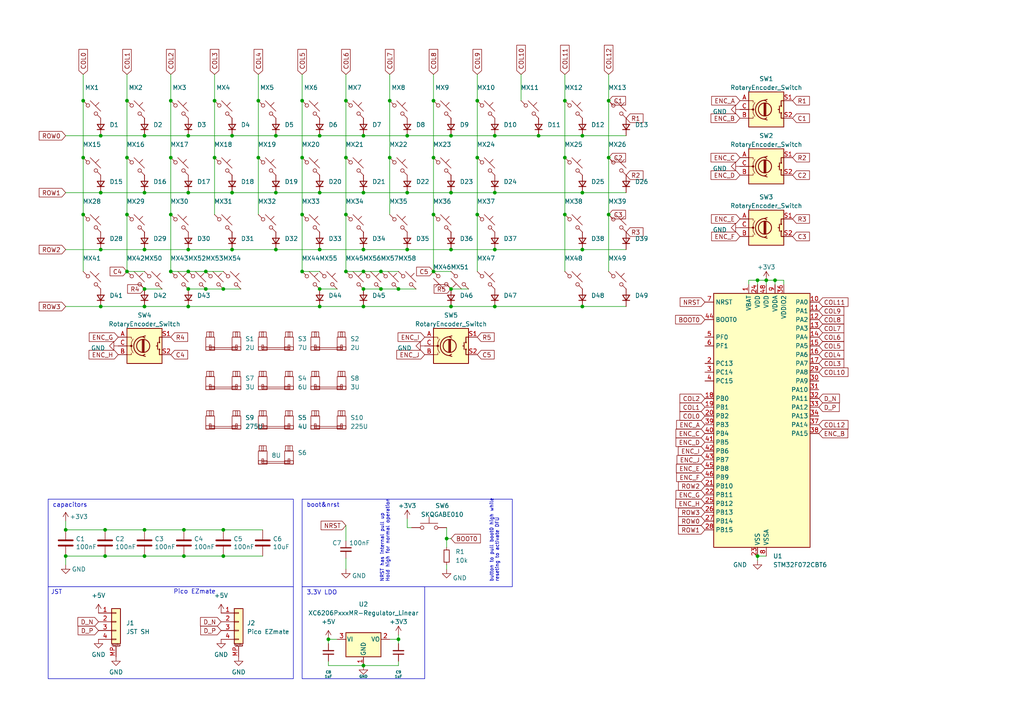
<source format=kicad_sch>
(kicad_sch (version 20230121) (generator eeschema)
  (paper "A4")
  (junction (at 54.61 55.88))
  (junction (at 105.41 39.37))
  (junction (at 130.81 72.39))
  (junction (at 24.13 29.21))
  (junction (at 130.81 88.9))
  (junction (at 74.93 29.21))
  (junction (at 105.41 88.9))
  (junction (at 100.33 45.72))
  (junction (at 176.53 62.23))
  (junction (at 36.83 62.23))
  (junction (at 41.91 161.29))
  (junction (at 105.41 55.88))
  (junction (at 80.01 55.88))
  (junction (at 130.81 83.82))
  (junction (at 143.51 55.88))
  (junction (at 36.83 45.72))
  (junction (at 143.51 72.39))
  (junction (at 138.43 45.72))
  (junction (at 41.91 72.39))
  (junction (at 100.33 78.74))
  (junction (at 138.43 29.21))
  (junction (at 54.61 72.39))
  (junction (at 125.73 62.23))
  (junction (at 54.61 78.74))
  (junction (at 118.11 72.39))
  (junction (at 224.79 81.28))
  (junction (at 118.11 39.37))
  (junction (at 30.48 161.29))
  (junction (at 92.71 55.88))
  (junction (at 219.71 161.29))
  (junction (at 105.41 72.39))
  (junction (at 67.31 39.37))
  (junction (at 129.54 156.21))
  (junction (at 143.51 39.37))
  (junction (at 143.51 88.9))
  (junction (at 110.49 78.74))
  (junction (at 64.77 83.82))
  (junction (at 176.53 45.72))
  (junction (at 41.91 83.82))
  (junction (at 125.73 78.74))
  (junction (at 156.21 39.37))
  (junction (at 219.71 81.28))
  (junction (at 163.83 62.23))
  (junction (at 62.23 29.21))
  (junction (at 54.61 88.9))
  (junction (at 105.41 193.04) (diameter 0.9144))
  (junction (at 54.61 83.82))
  (junction (at 125.73 45.72))
  (junction (at 222.25 81.28))
  (junction (at 29.21 72.39))
  (junction (at 36.83 78.74))
  (junction (at 41.91 153.67))
  (junction (at 92.71 88.9))
  (junction (at 113.03 45.72))
  (junction (at 53.34 153.67))
  (junction (at 41.91 55.88))
  (junction (at 92.71 72.39))
  (junction (at 67.31 55.88))
  (junction (at 168.91 39.37))
  (junction (at 59.69 83.82))
  (junction (at 64.77 153.67))
  (junction (at 41.91 39.37))
  (junction (at 80.01 72.39))
  (junction (at 49.53 29.21))
  (junction (at 87.63 45.72))
  (junction (at 168.91 55.88))
  (junction (at 115.57 185.42))
  (junction (at 87.63 29.21))
  (junction (at 49.53 62.23))
  (junction (at 62.23 45.72))
  (junction (at 24.13 45.72))
  (junction (at 168.91 72.39))
  (junction (at 115.57 83.82))
  (junction (at 54.61 39.37))
  (junction (at 95.25 185.42))
  (junction (at 168.91 88.9))
  (junction (at 24.13 62.23))
  (junction (at 19.05 161.29))
  (junction (at 105.41 78.74))
  (junction (at 19.05 153.67))
  (junction (at 113.03 29.21))
  (junction (at 100.33 29.21))
  (junction (at 118.11 55.88))
  (junction (at 130.81 55.88))
  (junction (at 125.73 29.21))
  (junction (at 138.43 62.23))
  (junction (at 87.63 62.23))
  (junction (at 29.21 88.9))
  (junction (at 163.83 29.21))
  (junction (at 176.53 29.21))
  (junction (at 100.33 62.23))
  (junction (at 29.21 55.88))
  (junction (at 110.49 83.82))
  (junction (at 74.93 45.72))
  (junction (at 163.83 45.72))
  (junction (at 59.69 78.74))
  (junction (at 30.48 153.67))
  (junction (at 64.77 161.29))
  (junction (at 130.81 39.37))
  (junction (at 87.63 78.74))
  (junction (at 49.53 78.74))
  (junction (at 80.01 39.37))
  (junction (at 49.53 45.72))
  (junction (at 67.31 72.39))
  (junction (at 92.71 39.37))
  (junction (at 92.71 83.82))
  (junction (at 53.34 161.29))
  (junction (at 41.91 88.9))
  (junction (at 36.83 29.21))
  (junction (at 105.41 83.82))
  (junction (at 29.21 39.37))
  (wire (pts (xy 41.91 72.39) (xy 54.61 72.39)))
  (wire (pts (xy 217.17 81.28) (xy 219.71 81.28)))
  (wire (pts (xy 219.71 162.56) (xy 219.71 161.29)))
  (wire (pts (xy 143.51 88.9) (xy 168.91 88.9)))
  (wire (pts (xy 224.79 81.28) (xy 224.79 82.55)))
  (wire (pts (xy 115.57 83.82) (xy 120.65 83.82)))
  (wire (pts (xy 54.61 83.82) (xy 59.69 83.82)))
  (wire (pts (xy 92.71 39.37) (xy 105.41 39.37)))
  (wire (pts (xy 105.41 78.74) (xy 110.49 78.74)))
  (wire (pts (xy 92.71 55.88) (xy 105.41 55.88)))
  (wire (pts (xy 36.83 45.72) (xy 36.83 62.23)))
  (wire (pts (xy 143.51 39.37) (xy 156.21 39.37)))
  (wire (pts (xy 227.33 81.28) (xy 227.33 82.55)))
  (wire (pts (xy 118.11 153.035) (xy 118.11 150.495)))
  (wire (pts (xy 143.51 55.88) (xy 168.91 55.88)))
  (wire (pts (xy 130.81 83.82) (xy 135.89 83.82)))
  (wire (pts (xy 219.71 81.28) (xy 219.71 82.55)))
  (wire (pts (xy 19.05 88.9) (xy 29.21 88.9)))
  (wire (pts (xy 110.49 78.74) (xy 115.57 78.74)))
  (wire (pts (xy 105.41 193.04) (xy 115.57 193.04)))
  (wire (pts (xy 29.21 72.39) (xy 41.91 72.39)))
  (wire (pts (xy 24.13 62.23) (xy 24.13 78.74)))
  (wire (pts (xy 105.41 72.39) (xy 118.11 72.39)))
  (wire (pts (xy 67.31 72.39) (xy 80.01 72.39)))
  (wire (pts (xy 224.79 81.28) (xy 222.25 81.28)))
  (wire (pts (xy 168.91 88.9) (xy 181.61 88.9)))
  (wire (pts (xy 105.41 39.37) (xy 118.11 39.37)))
  (wire (pts (xy 87.63 45.72) (xy 87.63 62.23)))
  (wire (pts (xy 53.34 153.67) (xy 64.77 153.67)))
  (wire (pts (xy 87.63 78.74) (xy 92.71 78.74)))
  (wire (pts (xy 129.54 156.21) (xy 130.81 156.21)))
  (wire (pts (xy 100.33 62.23) (xy 100.33 78.74)))
  (wire (pts (xy 125.73 45.72) (xy 125.73 62.23)))
  (wire (pts (xy 113.03 185.42) (xy 115.57 185.42)))
  (wire (pts (xy 100.33 21.59) (xy 100.33 29.21)))
  (wire (pts (xy 219.71 161.29) (xy 222.25 161.29)))
  (wire (pts (xy 67.31 39.37) (xy 80.01 39.37)))
  (wire (pts (xy 49.53 62.23) (xy 49.53 78.74)))
  (wire (pts (xy 49.53 45.72) (xy 49.53 62.23)))
  (wire (pts (xy 138.43 21.59) (xy 138.43 29.21)))
  (wire (pts (xy 54.61 55.88) (xy 67.31 55.88)))
  (wire (pts (xy 100.33 45.72) (xy 100.33 62.23)))
  (wire (pts (xy 41.91 39.37) (xy 54.61 39.37)))
  (wire (pts (xy 168.91 55.88) (xy 181.61 55.88)))
  (wire (pts (xy 125.73 21.59) (xy 125.73 29.21)))
  (wire (pts (xy 176.53 62.23) (xy 176.53 78.74)))
  (wire (pts (xy 217.17 81.28) (xy 217.17 82.55)))
  (wire (pts (xy 168.91 72.39) (xy 181.61 72.39)))
  (wire (pts (xy 129.54 153.035) (xy 129.54 156.21)))
  (wire (pts (xy 24.13 29.21) (xy 24.13 45.72)))
  (wire (pts (xy 163.83 29.21) (xy 163.83 45.72)))
  (wire (pts (xy 29.21 88.9) (xy 41.91 88.9)))
  (wire (pts (xy 80.01 39.37) (xy 92.71 39.37)))
  (wire (pts (xy 87.63 29.21) (xy 87.63 45.72)))
  (wire (pts (xy 19.05 39.37) (xy 29.21 39.37)))
  (wire (pts (xy 19.05 72.39) (xy 29.21 72.39)))
  (wire (pts (xy 53.34 161.29) (xy 64.77 161.29)))
  (wire (pts (xy 100.33 165.1) (xy 100.33 161.925)))
  (wire (pts (xy 62.23 21.59) (xy 62.23 29.21)))
  (wire (pts (xy 41.91 88.9) (xy 54.61 88.9)))
  (wire (pts (xy 151.13 21.59) (xy 151.13 29.21)))
  (wire (pts (xy 95.25 185.42) (xy 97.79 185.42)))
  (wire (pts (xy 80.01 55.88) (xy 92.71 55.88)))
  (wire (pts (xy 87.63 21.59) (xy 87.63 29.21)))
  (wire (pts (xy 119.38 153.035) (xy 118.11 153.035)))
  (wire (pts (xy 24.13 21.59) (xy 24.13 29.21)))
  (wire (pts (xy 130.81 72.39) (xy 143.51 72.39)))
  (wire (pts (xy 19.05 151.13) (xy 19.05 153.67)))
  (wire (pts (xy 41.91 161.29) (xy 53.34 161.29)))
  (wire (pts (xy 62.23 45.72) (xy 62.23 62.23)))
  (wire (pts (xy 222.25 81.28) (xy 222.25 82.55)))
  (wire (pts (xy 130.81 39.37) (xy 143.51 39.37)))
  (wire (pts (xy 129.54 156.21) (xy 129.54 158.75)))
  (wire (pts (xy 105.41 83.82) (xy 110.49 83.82)))
  (wire (pts (xy 105.41 55.88) (xy 118.11 55.88)))
  (wire (pts (xy 168.91 39.37) (xy 181.61 39.37)))
  (wire (pts (xy 129.54 163.83) (xy 129.54 165.1)))
  (wire (pts (xy 125.73 62.23) (xy 125.73 78.74)))
  (wire (pts (xy 49.53 78.74) (xy 54.61 78.74)))
  (wire (pts (xy 54.61 88.9) (xy 92.71 88.9)))
  (wire (pts (xy 54.61 72.39) (xy 67.31 72.39)))
  (wire (pts (xy 54.61 78.74) (xy 59.69 78.74)))
  (wire (pts (xy 224.79 81.28) (xy 227.33 81.28)))
  (wire (pts (xy 62.23 29.21) (xy 62.23 45.72)))
  (wire (pts (xy 92.71 88.9) (xy 105.41 88.9)))
  (wire (pts (xy 92.71 83.82) (xy 97.79 83.82)))
  (wire (pts (xy 95.25 191.77) (xy 95.25 193.04)))
  (wire (pts (xy 138.43 45.72) (xy 138.43 62.23)))
  (wire (pts (xy 176.53 45.72) (xy 176.53 62.23)))
  (wire (pts (xy 19.05 163.83) (xy 19.05 161.29)))
  (wire (pts (xy 143.51 72.39) (xy 168.91 72.39)))
  (wire (pts (xy 87.63 62.23) (xy 87.63 78.74)))
  (wire (pts (xy 41.91 83.82) (xy 46.99 83.82)))
  (wire (pts (xy 100.33 152.4) (xy 100.33 156.845)))
  (wire (pts (xy 36.83 78.74) (xy 41.91 78.74)))
  (wire (pts (xy 80.01 72.39) (xy 92.71 72.39)))
  (wire (pts (xy 118.11 39.37) (xy 130.81 39.37)))
  (wire (pts (xy 110.49 83.82) (xy 115.57 83.82)))
  (wire (pts (xy 138.43 29.21) (xy 138.43 45.72)))
  (wire (pts (xy 163.83 45.72) (xy 163.83 62.23)))
  (wire (pts (xy 49.53 21.59) (xy 49.53 29.21)))
  (wire (pts (xy 113.03 21.59) (xy 113.03 29.21)))
  (wire (pts (xy 54.61 39.37) (xy 67.31 39.37)))
  (wire (pts (xy 125.73 29.21) (xy 125.73 45.72)))
  (wire (pts (xy 176.53 21.59) (xy 176.53 29.21)))
  (wire (pts (xy 36.83 21.59) (xy 36.83 29.21)))
  (wire (pts (xy 36.83 29.21) (xy 36.83 45.72)))
  (wire (pts (xy 64.77 161.29) (xy 76.2 161.29)))
  (wire (pts (xy 30.48 161.29) (xy 41.91 161.29)))
  (wire (pts (xy 64.77 83.82) (xy 69.85 83.82)))
  (wire (pts (xy 138.43 62.23) (xy 138.43 78.74)))
  (wire (pts (xy 30.48 153.67) (xy 41.91 153.67)))
  (wire (pts (xy 100.33 29.21) (xy 100.33 45.72)))
  (wire (pts (xy 130.81 88.9) (xy 143.51 88.9)))
  (wire (pts (xy 219.71 81.28) (xy 222.25 81.28)))
  (wire (pts (xy 95.25 185.42) (xy 95.25 186.69)))
  (wire (pts (xy 59.69 78.74) (xy 64.77 78.74)))
  (wire (pts (xy 59.69 83.82) (xy 64.77 83.82)))
  (wire (pts (xy 118.11 72.39) (xy 130.81 72.39)))
  (wire (pts (xy 19.05 55.88) (xy 29.21 55.88)))
  (wire (pts (xy 29.21 39.37) (xy 41.91 39.37)))
  (wire (pts (xy 30.48 161.29) (xy 19.05 161.29)))
  (wire (pts (xy 125.73 78.74) (xy 130.81 78.74)))
  (wire (pts (xy 92.71 72.39) (xy 105.41 72.39)))
  (wire (pts (xy 100.33 78.74) (xy 105.41 78.74)))
  (wire (pts (xy 36.83 62.23) (xy 36.83 78.74)))
  (wire (pts (xy 74.93 45.72) (xy 74.93 62.23)))
  (wire (pts (xy 163.83 62.23) (xy 163.83 78.74)))
  (wire (pts (xy 105.41 193.04) (xy 95.25 193.04)))
  (wire (pts (xy 113.03 45.72) (xy 113.03 62.23)))
  (wire (pts (xy 64.77 153.67) (xy 76.2 153.67)))
  (wire (pts (xy 30.48 153.67) (xy 19.05 153.67)))
  (wire (pts (xy 176.53 29.21) (xy 176.53 45.72)))
  (wire (pts (xy 118.11 55.88) (xy 130.81 55.88)))
  (wire (pts (xy 74.93 21.59) (xy 74.93 29.21)))
  (wire (pts (xy 115.57 184.15) (xy 115.57 185.42)))
  (wire (pts (xy 24.13 45.72) (xy 24.13 62.23)))
  (wire (pts (xy 74.93 29.21) (xy 74.93 45.72)))
  (wire (pts (xy 115.57 185.42) (xy 115.57 186.69)))
  (wire (pts (xy 49.53 29.21) (xy 49.53 45.72)))
  (wire (pts (xy 29.21 55.88) (xy 41.91 55.88)))
  (wire (pts (xy 130.81 55.88) (xy 143.51 55.88)))
  (wire (pts (xy 113.03 29.21) (xy 113.03 45.72)))
  (wire (pts (xy 41.91 55.88) (xy 54.61 55.88)))
  (wire (pts (xy 67.31 55.88) (xy 80.01 55.88)))
  (wire (pts (xy 41.91 153.67) (xy 53.34 153.67)))
  (wire (pts (xy 163.83 21.59) (xy 163.83 29.21)))
  (wire (pts (xy 156.21 39.37) (xy 168.91 39.37)))
  (wire (pts (xy 105.41 88.9) (xy 130.81 88.9)))
  (wire (pts (xy 115.57 191.77) (xy 115.57 193.04)))
  (rectangle (start 87.63 144.78) (end 148.59 170.18))
  (rectangle (start 13.97 144.78) (end 85.09 170.18))
  (rectangle (start 87.63 170.18) (end 123.19 196.85))
  (rectangle (start 13.97 170.18) (end 85.09 196.85))
  (text "JST" (at 14.732 172.593 0) (effects (font (size 1.27 1.27)) (justify left bottom)))
  (text "Pico EZmate" (at 50.292 172.466 0) (effects (font (size 1.27 1.27)) (justify left bottom)))
  (text "NRST has internal pull up\nHold high for normal operation" (at 113.03 168.91 90) (effects (font (size 1 1)) (justify left bottom)))
  (text "3.3V LDO" (at 88.9 172.72 0) (effects (font (size 1.27 1.27)) (justify left bottom)))
  (text "capacitors" (at 15.24 147.32 0) (effects (font (size 1.27 1.27)) (justify left bottom)))
  (text "button to pull boot0 high while \nreseting to activate DFU" (at 144.78 168.91 90) (effects (font (size 1 1)) (justify left bottom)))
  (text "boot&nrst" (at 88.9 147.32 0) (effects (font (size 1.27 1.27)) (justify left bottom)))
  (global_label "BOOT0" (shape input) (at 130.81 156.21 0) (property "Intersheetrefs" "${INTERSHEET_REFS}" (effects hide)))
  (global_label "ENC_A" (shape input) (at 204.47 123.19 180) (property "Intersheetrefs" "${INTERSHEET_REFS}" (effects hide)))
  (global_label "ENC_G" (shape input) (at 34.29 97.79 180) (property "Intersheetrefs" "${INTERSHEET_REFS}" (effects hide)))
  (global_label "ENC_F" (shape input) (at 214.63 68.58 180) (property "Intersheetrefs" "${INTERSHEET_REFS}" (effects hide)))
  (global_label "ENC_B" (shape input) (at 214.63 34.29 180) (property "Intersheetrefs" "${INTERSHEET_REFS}" (effects hide)))
  (global_label "C5" (shape input) (at 138.43 102.87 0) (property "Intersheetrefs" "${INTERSHEET_REFS}" (effects hide)))
  (global_label "ENC_F" (shape input) (at 204.47 138.43 180) (property "Intersheetrefs" "${INTERSHEET_REFS}" (effects hide)))
  (global_label "C2" (shape input) (at 176.53 45.72 0) (property "Intersheetrefs" "${INTERSHEET_REFS}" (effects hide)))
  (global_label "COL8" (shape input) (at 237.49 92.71 0) (property "Intersheetrefs" "${INTERSHEET_REFS}" (effects hide)))
  (global_label "ENC_G" (shape input) (at 204.47 143.51 180) (property "Intersheetrefs" "${INTERSHEET_REFS}" (effects hide)))
  (global_label "C5" (shape input) (at 125.73 78.74 180) (property "Intersheetrefs" "${INTERSHEET_REFS}" (effects hide)))
  (global_label "R1" (shape input) (at 181.61 34.29 0) (property "Intersheetrefs" "${INTERSHEET_REFS}" (effects hide)))
  (global_label "COL1" (shape input) (at 36.83 21.59 90) (property "Intersheetrefs" "${INTERSHEET_REFS}" (effects hide)))
  (global_label "ENC_I" (shape input) (at 123.19 97.79 180) (property "Intersheetrefs" "${INTERSHEET_REFS}" (effects hide)))
  (global_label "COL6" (shape input) (at 237.49 97.79 0) (property "Intersheetrefs" "${INTERSHEET_REFS}" (effects hide)))
  (global_label "ENC_C" (shape input) (at 214.63 45.72 180) (property "Intersheetrefs" "${INTERSHEET_REFS}" (effects hide)))
  (global_label "ENC_D" (shape input) (at 214.63 50.8 180) (property "Intersheetrefs" "${INTERSHEET_REFS}" (effects hide)))
  (global_label "COL9" (shape input) (at 237.49 90.17 0) (property "Intersheetrefs" "${INTERSHEET_REFS}" (effects hide)))
  (global_label "COL5" (shape input) (at 237.49 100.33 0) (property "Intersheetrefs" "${INTERSHEET_REFS}" (effects hide)))
  (global_label "ENC_D" (shape input) (at 204.47 128.27 180) (property "Intersheetrefs" "${INTERSHEET_REFS}" (effects hide)))
  (global_label "D_P" (shape input) (at 64.135 182.88 180) (property "Intersheetrefs" "${INTERSHEET_REFS}" (effects hide)))
  (global_label "COL7" (shape input) (at 113.03 21.59 90) (property "Intersheetrefs" "${INTERSHEET_REFS}" (effects hide)))
  (global_label "NRST" (shape input) (at 100.33 152.4 180) (property "Intersheetrefs" "${INTERSHEET_REFS}" (effects hide)))
  (global_label "COL2" (shape input) (at 49.53 21.59 90) (property "Intersheetrefs" "${INTERSHEET_REFS}" (effects hide)))
  (global_label "R5" (shape input) (at 130.81 83.82 180) (property "Intersheetrefs" "${INTERSHEET_REFS}" (effects hide)))
  (global_label "C3" (shape input) (at 229.87 68.58 0) (property "Intersheetrefs" "${INTERSHEET_REFS}" (effects hide)))
  (global_label "ENC_C" (shape input) (at 204.47 125.73 180) (property "Intersheetrefs" "${INTERSHEET_REFS}" (effects hide)))
  (global_label "COL0" (shape input) (at 24.13 21.59 90) (property "Intersheetrefs" "${INTERSHEET_REFS}" (effects hide)))
  (global_label "R5" (shape input) (at 138.43 97.79 0) (property "Intersheetrefs" "${INTERSHEET_REFS}" (effects hide)))
  (global_label "ENC_H" (shape input) (at 204.47 146.05 180) (property "Intersheetrefs" "${INTERSHEET_REFS}" (effects hide)))
  (global_label "ROW3" (shape input) (at 204.47 148.59 180) (property "Intersheetrefs" "${INTERSHEET_REFS}" (effects hide)))
  (global_label "ROW1" (shape input) (at 19.05 55.88 180) (property "Intersheetrefs" "${INTERSHEET_REFS}" (effects hide)))
  (global_label "COL8" (shape input) (at 125.73 21.59 90) (property "Intersheetrefs" "${INTERSHEET_REFS}" (effects hide)))
  (global_label "COL9" (shape input) (at 138.43 21.59 90) (property "Intersheetrefs" "${INTERSHEET_REFS}" (effects hide)))
  (global_label "ROW0" (shape input) (at 19.05 39.37 180) (property "Intersheetrefs" "${INTERSHEET_REFS}" (effects hide)))
  (global_label "COL11" (shape input) (at 237.49 87.63 0) (property "Intersheetrefs" "${INTERSHEET_REFS}" (effects hide)))
  (global_label "COL4" (shape input) (at 237.49 102.87 0) (property "Intersheetrefs" "${INTERSHEET_REFS}" (effects hide)))
  (global_label "C1" (shape input) (at 176.53 29.21 0) (property "Intersheetrefs" "${INTERSHEET_REFS}" (effects hide)))
  (global_label "COL0" (shape input) (at 204.47 120.65 180) (property "Intersheetrefs" "${INTERSHEET_REFS}" (effects hide)))
  (global_label "C3" (shape input) (at 176.53 62.23 0) (property "Intersheetrefs" "${INTERSHEET_REFS}" (effects hide)))
  (global_label "COL3" (shape input) (at 62.23 21.59 90) (property "Intersheetrefs" "${INTERSHEET_REFS}" (effects hide)))
  (global_label "ROW3" (shape input) (at 19.05 88.9 180) (property "Intersheetrefs" "${INTERSHEET_REFS}" (effects hide)))
  (global_label "C4" (shape input) (at 36.83 78.74 180) (property "Intersheetrefs" "${INTERSHEET_REFS}" (effects hide)))
  (global_label "ROW0" (shape input) (at 204.47 151.13 180) (property "Intersheetrefs" "${INTERSHEET_REFS}" (effects hide)))
  (global_label "C4" (shape input) (at 49.53 102.87 0) (property "Intersheetrefs" "${INTERSHEET_REFS}" (effects hide)))
  (global_label "COL3" (shape input) (at 237.49 105.41 0) (property "Intersheetrefs" "${INTERSHEET_REFS}" (effects hide)))
  (global_label "COL7" (shape input) (at 237.49 95.25 0) (property "Intersheetrefs" "${INTERSHEET_REFS}" (effects hide)))
  (global_label "COL2" (shape input) (at 204.47 115.57 180) (property "Intersheetrefs" "${INTERSHEET_REFS}" (effects hide)))
  (global_label "ENC_E" (shape input) (at 214.63 63.5 180) (property "Intersheetrefs" "${INTERSHEET_REFS}" (effects hide)))
  (global_label "COL10" (shape input) (at 151.13 21.59 90) (property "Intersheetrefs" "${INTERSHEET_REFS}" (effects hide)))
  (global_label "ENC_I" (shape input) (at 204.47 130.81 180) (property "Intersheetrefs" "${INTERSHEET_REFS}" (effects hide)))
  (global_label "C1" (shape input) (at 229.87 34.29 0) (property "Intersheetrefs" "${INTERSHEET_REFS}" (effects hide)))
  (global_label "COL12" (shape input) (at 176.53 21.59 90) (property "Intersheetrefs" "${INTERSHEET_REFS}" (effects hide)))
  (global_label "R4" (shape input) (at 41.91 83.82 180) (property "Intersheetrefs" "${INTERSHEET_REFS}" (effects hide)))
  (global_label "COL10" (shape input) (at 237.49 107.95 0) (property "Intersheetrefs" "${INTERSHEET_REFS}" (effects hide)))
  (global_label "ROW2" (shape input) (at 204.47 140.97 180) (property "Intersheetrefs" "${INTERSHEET_REFS}" (effects hide)))
  (global_label "ROW1" (shape input) (at 204.47 153.67 180) (property "Intersheetrefs" "${INTERSHEET_REFS}" (effects hide)))
  (global_label "ENC_A" (shape input) (at 214.63 29.21 180) (property "Intersheetrefs" "${INTERSHEET_REFS}" (effects hide)))
  (global_label "D_N" (shape input) (at 64.135 180.34 180) (property "Intersheetrefs" "${INTERSHEET_REFS}" (effects hide)))
  (global_label "NRST" (shape input) (at 204.47 87.63 180) (property "Intersheetrefs" "${INTERSHEET_REFS}" (effects hide)))
  (global_label "R4" (shape input) (at 49.53 97.79 0) (property "Intersheetrefs" "${INTERSHEET_REFS}" (effects hide)))
  (global_label "COL11" (shape input) (at 163.83 21.59 90) (property "Intersheetrefs" "${INTERSHEET_REFS}" (effects hide)))
  (global_label "R2" (shape input) (at 229.87 45.72 0) (property "Intersheetrefs" "${INTERSHEET_REFS}" (effects hide)))
  (global_label "COL4" (shape input) (at 74.93 21.59 90) (property "Intersheetrefs" "${INTERSHEET_REFS}" (effects hide)))
  (global_label "ENC_H" (shape input) (at 34.29 102.87 180) (property "Intersheetrefs" "${INTERSHEET_REFS}" (effects hide)))
  (global_label "COL5" (shape input) (at 87.63 21.59 90) (property "Intersheetrefs" "${INTERSHEET_REFS}" (effects hide)))
  (global_label "ENC_E" (shape input) (at 204.47 135.89 180) (property "Intersheetrefs" "${INTERSHEET_REFS}" (effects hide)))
  (global_label "C2" (shape input) (at 229.87 50.8 0) (property "Intersheetrefs" "${INTERSHEET_REFS}" (effects hide)))
  (global_label "R3" (shape input) (at 229.87 63.5 0) (property "Intersheetrefs" "${INTERSHEET_REFS}" (effects hide)))
  (global_label "COL6" (shape input) (at 100.33 21.59 90) (property "Intersheetrefs" "${INTERSHEET_REFS}" (effects hide)))
  (global_label "ENC_J" (shape input) (at 123.19 102.87 180) (property "Intersheetrefs" "${INTERSHEET_REFS}" (effects hide)))
  (global_label "R3" (shape input) (at 181.61 67.31 0) (property "Intersheetrefs" "${INTERSHEET_REFS}" (effects hide)))
  (global_label "D_P" (shape input) (at 237.49 118.11 0) (property "Intersheetrefs" "${INTERSHEET_REFS}" (effects hide)))
  (global_label "COL1" (shape input) (at 204.47 118.11 180) (property "Intersheetrefs" "${INTERSHEET_REFS}" (effects hide)))
  (global_label "R2" (shape input) (at 181.61 50.8 0) (property "Intersheetrefs" "${INTERSHEET_REFS}" (effects hide)))
  (global_label "BOOT0" (shape input) (at 204.47 92.71 180) (property "Intersheetrefs" "${INTERSHEET_REFS}" (effects hide)))
  (global_label "COL12" (shape input) (at 237.49 123.19 0) (property "Intersheetrefs" "${INTERSHEET_REFS}" (effects hide)))
  (global_label "ENC_B" (shape input) (at 237.49 125.73 0) (property "Intersheetrefs" "${INTERSHEET_REFS}" (effects hide)))
  (global_label "R1" (shape input) (at 229.87 29.21 0) (property "Intersheetrefs" "${INTERSHEET_REFS}" (effects hide)))
  (global_label "ROW2" (shape input) (at 19.05 72.39 180) (property "Intersheetrefs" "${INTERSHEET_REFS}" (effects hide)))
  (global_label "D_N" (shape input) (at 237.49 115.57 0) (property "Intersheetrefs" "${INTERSHEET_REFS}" (effects hide)))
  (global_label "D_N" (shape input) (at 28.575 180.34 180) (property "Intersheetrefs" "${INTERSHEET_REFS}" (effects hide)))
  (global_label "ENC_J" (shape input) (at 204.47 133.35 180) (property "Intersheetrefs" "${INTERSHEET_REFS}" (effects hide)))
  (global_label "D_P" (shape input) (at 28.575 182.88 180) (property "Intersheetrefs" "${INTERSHEET_REFS}" (effects hide)))
  (symbol (lib_id "Device:D_Small") (at 181.61 36.83 90) (unit 1)
    (property "Reference" "D13" (at 184.15 36.195 90) (effects (justify right)))
    (property "Value" "D_Small" (effects hide))
    (property "Footprint" "Diode_SMD:D_SOD-123F" (effects hide))
    (property "Sim.Device" "D" (effects hide))
    (property "Sim.Pins" "1=K 2=A" (effects hide))
  )
  (symbol (lib_id "PCM_marbastlib-mx:MX_SW_solder") (at 115.57 31.75 0) (unit 1)
    (property "Reference" "MX8" (at 115.57 25.4 0))
    (property "Value" "MX_SW_solder" (effects hide))
    (property "Footprint" "PCM_marbastlib-mx:SW_MX_1u" (effects hide))
  )
  (symbol (lib_id "PCM_marbastlib-mx:MX_SW_solder") (at 90.17 31.75 0) (unit 1)
    (property "Reference" "MX6" (at 90.17 25.4 0))
    (property "Value" "MX_SW_solder" (effects hide))
    (property "Footprint" "PCM_marbastlib-mx:SW_MX_1u" (effects hide))
  )
  (symbol (lib_id "PCM_marbastlib-mx:MX_SW_solder") (at 90.17 48.26 0) (unit 1)
    (property "Reference" "MX20" (at 90.17 41.91 0))
    (property "Value" "MX_SW_solder" (effects hide))
    (property "Footprint" "PCM_marbastlib-mx:SW_MX_1u" (effects hide))
  )
  (symbol (lib_id "power:+5V") (at 64.135 177.8 0) (unit 1)
    (property "Reference" "#PWR017" (effects hide))
    (property "Value" "+5V" (at 64.135 172.72 0))
  )
  (symbol (lib_id "Device:D_Small") (at 130.81 86.36 90) (unit 1)
    (property "Reference" "D46" (at 133.35 85.725 90) (effects (justify right)))
    (property "Value" "D_Small" (effects hide))
    (property "Footprint" "Diode_SMD:D_SOD-123F" (effects hide))
    (property "Sim.Device" "D" (effects hide))
    (property "Sim.Pins" "1=K 2=A" (effects hide))
  )
  (symbol (lib_id "PCM_marbastlib-mx:MX_SW_solder") (at 95.25 81.28 0) (unit 1)
    (property "Reference" "MX55" (at 95.25 74.93 0))
    (property "Value" "MX_SW_solder" (effects hide))
    (property "Footprint" "PCM_marbastlib-mx:SW_MX_1u" (effects hide))
  )
  (symbol (lib_id "PCM_marbastlib-mx:MX_SW_solder") (at 77.47 48.26 0) (unit 1)
    (property "Reference" "MX19" (at 77.47 41.91 0))
    (property "Value" "MX_SW_solder" (effects hide))
    (property "Footprint" "PCM_marbastlib-mx:SW_MX_1u" (effects hide))
  )
  (symbol (lib_id "PCM_marbastlib-mx:MX_SW_solder") (at 153.67 31.75 0) (unit 1)
    (property "Reference" "MX11" (at 153.67 25.4 0))
    (property "Value" "MX_SW_solder" (effects hide))
    (property "Footprint" "PCM_marbastlib-mx:SW_MX_1u" (effects hide))
  )
  (symbol (lib_id "power:+5V") (at 95.25 185.42 0) (unit 1)
    (property "Reference" "#PWR014" (effects hide))
    (property "Value" "+5V" (at 95.25 180.34 0))
  )
  (symbol (lib_id "power:GND") (at 214.63 48.26 270) (unit 1)
    (property "Reference" "#PWR02" (effects hide))
    (property "Value" "GND" (at 210.82 48.895 90) (effects (justify right)))
  )
  (symbol (lib_id "PCM_marbastlib-mx:MX_stab") (at 64.77 110.49 0) (unit 1)
    (property "Reference" "S7" (at 71.12 109.728 0) (effects (justify left)))
    (property "Value" "3U" (at 71.12 112.268 0) (effects (justify left)))
    (property "Footprint" "PCM_marbastlib-mx:STAB_MX_P_3u" (effects hide))
  )
  (symbol (lib_id "Device:RotaryEncoder_Switch") (at 222.25 66.04 0) (unit 1)
    (property "Reference" "SW3" (at 222.25 57.15 0))
    (property "Value" "RotaryEncoder_Switch" (at 222.25 59.69 0))
    (property "Footprint" "PCM_marbastlib-various:ROT_Alps_EC11E-Switch" (effects hide))
  )
  (symbol (lib_id "PCM_marbastlib-mx:MX_stab") (at 95.25 121.92 0) (unit 1)
    (property "Reference" "S10" (at 101.6 121.158 0) (effects (justify left)))
    (property "Value" "225U" (at 101.6 123.698 0) (effects (justify left)))
    (property "Footprint" "PCM_marbastlib-mx:STAB_MX_P_2.25u" (effects hide))
  )
  (symbol (lib_id "PCM_marbastlib-mx:MX_SW_solder") (at 128.27 81.28 180) (unit 1)
    (property "Reference" "MX46" (at 128.27 77.47 0))
    (property "Value" "MX_SW_solder" (effects hide))
    (property "Footprint" "PCM_marbastlib-mx:SW_MX_1.5u" (effects hide))
  )
  (symbol (lib_id "Device:D_Small") (at 41.91 53.34 90) (unit 1)
    (property "Reference" "D16" (at 44.45 52.705 90) (effects (justify right)))
    (property "Value" "D_Small" (effects hide))
    (property "Footprint" "Diode_SMD:D_SOD-123F" (effects hide))
    (property "Sim.Device" "D" (effects hide))
    (property "Sim.Pins" "1=K 2=A" (effects hide))
  )
  (symbol (lib_id "Device:C") (at 41.91 157.48 0) (unit 1)
    (property "Reference" "C3" (at 44.831 156.3116 0) (effects (justify left)))
    (property "Value" "100nF" (at 44.831 158.623 0) (effects (justify left)))
    (property "Footprint" "Capacitor_SMD:C_0402_1005Metric" (effects hide))
    (property "LCSC" "C307331" (effects hide))
  )
  (symbol (lib_id "Device:D_Small") (at 181.61 53.34 90) (unit 1)
    (property "Reference" "D26" (at 184.15 52.705 90) (effects (justify right)))
    (property "Value" "D_Small" (effects hide))
    (property "Footprint" "Diode_SMD:D_SOD-123F" (effects hide))
    (property "Sim.Device" "D" (effects hide))
    (property "Sim.Pins" "1=K 2=A" (effects hide))
  )
  (symbol (lib_id "PCM_marbastlib-mx:MX_SW_solder") (at 39.37 64.77 0) (unit 1)
    (property "Reference" "MX29" (at 39.37 58.42 0))
    (property "Value" "MX_SW_solder" (effects hide))
    (property "Footprint" "PCM_marbastlib-mx:SW_MX_1u" (effects hide))
  )
  (symbol (lib_id "Device:D_Small") (at 92.71 69.85 90) (unit 1)
    (property "Reference" "D33" (at 95.25 69.215 90) (effects (justify right)))
    (property "Value" "D_Small" (effects hide))
    (property "Footprint" "Diode_SMD:D_SOD-123F" (effects hide))
    (property "Sim.Device" "D" (effects hide))
    (property "Sim.Pins" "1=K 2=A" (effects hide))
  )
  (symbol (lib_id "power:+3V3") (at 118.11 150.495 0) (mirror y) (unit 1)
    (property "Reference" "#PWR010" (effects hide))
    (property "Value" "+3V3" (at 118.11 146.685 0))
  )
  (symbol (lib_id "PCM_marbastlib-mx:MX_SW_solder") (at 90.17 81.28 0) (unit 1)
    (property "Reference" "MX44" (at 90.17 74.93 0))
    (property "Value" "MX_SW_solder" (effects hide))
    (property "Footprint" "PCM_marbastlib-mx:SW_MX_1u" (effects hide))
  )
  (symbol (lib_id "PCM_marbastlib-mx:MX_SW_solder") (at 166.37 64.77 0) (unit 1)
    (property "Reference" "MX38" (at 166.37 58.42 0))
    (property "Value" "MX_SW_solder" (effects hide))
    (property "Footprint" "PCM_marbastlib-mx:SW_MX_1u" (effects hide))
  )
  (symbol (lib_id "PCM_marbastlib-mx:MX_SW_solder") (at 140.97 48.26 0) (unit 1)
    (property "Reference" "MX24" (at 140.97 41.91 0))
    (property "Value" "MX_SW_solder" (effects hide))
    (property "Footprint" "PCM_marbastlib-mx:SW_MX_1u" (effects hide))
  )
  (symbol (lib_id "PCM_marbastlib-mx:MX_SW_solder") (at 128.27 31.75 0) (unit 1)
    (property "Reference" "MX9" (at 128.27 25.4 0))
    (property "Value" "MX_SW_solder" (effects hide))
    (property "Footprint" "PCM_marbastlib-mx:SW_MX_1u" (effects hide))
  )
  (symbol (lib_id "Device:D_Small") (at 168.91 69.85 90) (unit 1)
    (property "Reference" "D38" (at 171.45 69.215 90) (effects (justify right)))
    (property "Value" "D_Small" (effects hide))
    (property "Footprint" "Diode_SMD:D_SOD-123F" (effects hide))
    (property "Sim.Device" "D" (effects hide))
    (property "Sim.Pins" "1=K 2=A" (effects hide))
  )
  (symbol (lib_id "Switch:SW_Push") (at 124.46 153.035 0) (unit 1)
    (property "Reference" "SW6" (at 128.27 146.685 0))
    (property "Value" "SKQGABE010" (at 128.27 149.225 0))
    (property "Footprint" "PCM_marbastlib-various:SW_SPST_SKQG_WithStem" (effects hide))
    (property "LCSC" "C115351" (effects hide))
  )
  (symbol (lib_id "power:GND") (at 19.05 163.83 0) (unit 1)
    (property "Reference" "#PWR09" (effects hide))
    (property "Value" "GND" (at 22.86 165.1 0))
  )
  (symbol (lib_id "power:+3V3") (at 115.57 184.15 0) (unit 1)
    (property "Reference" "#PWR013" (effects hide))
    (property "Value" "+3V3" (at 115.57 180.34 0))
  )
  (symbol (lib_id "power:GND") (at 129.54 165.1 0) (unit 1)
    (property "Reference" "#PWR011" (effects hide))
    (property "Value" "GND" (at 133.35 167.64 0))
  )
  (symbol (lib_id "PCM_marbastlib-mx:MX_stab") (at 64.77 99.06 0) (unit 1)
    (property "Reference" "S1" (at 71.12 98.298 0) (effects (justify left)))
    (property "Value" "2U" (at 71.12 100.838 0) (effects (justify left)))
    (property "Footprint" "PCM_marbastlib-mx:STAB_MX_P_2u" (effects hide))
  )
  (symbol (lib_id "Device:D_Small") (at 41.91 69.85 90) (unit 1)
    (property "Reference" "D29" (at 44.45 69.215 90) (effects (justify right)))
    (property "Value" "D_Small" (effects hide))
    (property "Footprint" "Diode_SMD:D_SOD-123F" (effects hide))
    (property "Sim.Device" "D" (effects hide))
    (property "Sim.Pins" "1=K 2=A" (effects hide))
  )
  (symbol (lib_id "PCM_marbastlib-mx:MX_SW_solder") (at 67.31 81.28 0) (unit 1)
    (property "Reference" "MX54" (at 67.31 74.93 0))
    (property "Value" "MX_SW_solder" (effects hide))
    (property "Footprint" "PCM_marbastlib-mx:SW_MX_1u" (effects hide))
  )
  (symbol (lib_id "Device:D_Small") (at 118.11 53.34 90) (unit 1)
    (property "Reference" "D22" (at 120.65 52.705 90) (effects (justify right)))
    (property "Value" "D_Small" (effects hide))
    (property "Footprint" "Diode_SMD:D_SOD-123F" (effects hide))
    (property "Sim.Device" "D" (effects hide))
    (property "Sim.Pins" "1=K 2=A" (effects hide))
  )
  (symbol (lib_id "PCM_marbastlib-mx:MX_SW_solder") (at 115.57 64.77 0) (unit 1)
    (property "Reference" "MX35" (at 115.57 58.42 0))
    (property "Value" "MX_SW_solder" (effects hide))
    (property "Footprint" "PCM_marbastlib-mx:SW_MX_1u" (effects hide))
  )
  (symbol (lib_id "Connector_Generic_MountingPin:Conn_01x04_MountingPin") (at 33.655 180.34 0) (unit 1)
    (property "Reference" "J1" (at 36.576 180.6955 0) (effects (justify left)))
    (property "Value" "JST SH" (at 36.576 183.2355 0) (effects (justify left)))
    (property "Footprint" "Connector_JST:JST_SH_SM04B-SRSS-TB_1x04-1MP_P1.00mm_Horizontal" (effects hide))
  )
  (symbol (lib_id "Device:D_Small") (at 156.21 36.83 90) (unit 1)
    (property "Reference" "D11" (at 158.75 36.195 90) (effects (justify right)))
    (property "Value" "D_Small" (effects hide))
    (property "Footprint" "Diode_SMD:D_SOD-123F" (effects hide))
    (property "Sim.Device" "D" (effects hide))
    (property "Sim.Pins" "1=K 2=A" (effects hide))
  )
  (symbol (lib_id "Device:D_Small") (at 41.91 86.36 90) (unit 1)
    (property "Reference" "D42" (at 44.45 85.725 90) (effects (justify right)))
    (property "Value" "D_Small" (effects hide))
    (property "Footprint" "Diode_SMD:D_SOD-123F" (effects hide))
    (property "Sim.Device" "D" (effects hide))
    (property "Sim.Pins" "1=K 2=A" (effects hide))
  )
  (symbol (lib_id "Device:D_Small") (at 54.61 36.83 90) (unit 1)
    (property "Reference" "D3" (at 57.15 36.195 90) (effects (justify right)))
    (property "Value" "D_Small" (effects hide))
    (property "Footprint" "Diode_SMD:D_SOD-123F" (effects hide))
    (property "Sim.Device" "D" (effects hide))
    (property "Sim.Pins" "1=K 2=A" (effects hide))
  )
  (symbol (lib_id "PCM_marbastlib-mx:MX_SW_solder") (at 64.77 31.75 0) (unit 1)
    (property "Reference" "MX4" (at 64.77 25.4 0))
    (property "Value" "MX_SW_solder" (effects hide))
    (property "Footprint" "PCM_marbastlib-mx:SW_MX_1u" (effects hide))
  )
  (symbol (lib_id "power:GND") (at 214.63 31.75 270) (unit 1)
    (property "Reference" "#PWR01" (effects hide))
    (property "Value" "GND" (at 210.82 32.385 90) (effects (justify right)))
  )
  (symbol (lib_id "PCM_marbastlib-mx:MX_SW_solder") (at 179.07 48.26 0) (unit 1)
    (property "Reference" "MX26" (at 179.07 41.91 0))
    (property "Value" "MX_SW_solder" (effects hide))
    (property "Footprint" "PCM_marbastlib-mx:SW_MX_1u" (effects hide))
  )
  (symbol (lib_id "PCM_marbastlib-mx:MX_SW_solder") (at 115.57 48.26 0) (unit 1)
    (property "Reference" "MX22" (at 115.57 41.91 0))
    (property "Value" "MX_SW_solder" (effects hide))
    (property "Footprint" "PCM_marbastlib-mx:SW_MX_1u" (effects hide))
  )
  (symbol (lib_id "PCM_marbastlib-mx:MX_stab") (at 64.77 121.92 0) (unit 1)
    (property "Reference" "S9" (at 71.12 121.158 0) (effects (justify left)))
    (property "Value" "275U" (at 71.12 123.698 0) (effects (justify left)))
    (property "Footprint" "PCM_marbastlib-mx:STAB_MX_P_2.75u" (effects hide))
  )
  (symbol (lib_id "Device:D_Small") (at 143.51 69.85 90) (unit 1)
    (property "Reference" "D37" (at 146.05 69.215 90) (effects (justify right)))
    (property "Value" "D_Small" (effects hide))
    (property "Footprint" "Diode_SMD:D_SOD-123F" (effects hide))
    (property "Sim.Device" "D" (effects hide))
    (property "Sim.Pins" "1=K 2=A" (effects hide))
  )
  (symbol (lib_id "PCM_marbastlib-mx:MX_SW_solder") (at 128.27 64.77 0) (unit 1)
    (property "Reference" "MX36" (at 128.27 58.42 0))
    (property "Value" "MX_SW_solder" (effects hide))
    (property "Footprint" "PCM_marbastlib-mx:SW_MX_1u" (effects hide))
  )
  (symbol (lib_id "power:GND") (at 105.41 193.04 0) (unit 1)
    (property "Reference" "#PWR015" (effects hide))
    (property "Value" "GND" (at 105.41 196.215 0) (effects (font (size 0.762 0.762))))
  )
  (symbol (lib_id "Device:RotaryEncoder_Switch") (at 41.91 100.33 0) (unit 1)
    (property "Reference" "SW4" (at 41.91 91.44 0))
    (property "Value" "RotaryEncoder_Switch" (at 41.91 93.98 0))
    (property "Footprint" "PCM_marbastlib-various:ROT_Alps_EC11E-Switch" (effects hide))
  )
  (symbol (lib_id "Device:C") (at 30.48 157.48 0) (unit 1)
    (property "Reference" "C2" (at 33.401 156.3116 0) (effects (justify left)))
    (property "Value" "100nF" (at 33.401 158.623 0) (effects (justify left)))
    (property "Footprint" "Capacitor_SMD:C_0402_1005Metric" (effects hide))
    (property "LCSC" "C307331" (effects hide))
  )
  (symbol (lib_id "PCM_marbastlib-mx:MX_SW_solder") (at 39.37 81.28 0) (unit 1)
    (property "Reference" "MX42" (at 39.37 74.93 0))
    (property "Value" "MX_SW_solder" (effects hide))
    (property "Footprint" "PCM_marbastlib-mx:SW_MX_1.5u" (effects hide))
  )
  (symbol (lib_id "PCM_marbastlib-mx:MX_SW_solder") (at 140.97 31.75 0) (unit 1)
    (property "Reference" "MX10" (at 140.97 25.4 0))
    (property "Value" "MX_SW_solder" (effects hide))
    (property "Footprint" "PCM_marbastlib-mx:SW_MX_1u" (effects hide))
  )
  (symbol (lib_id "Device:C") (at 76.2 157.48 0) (unit 1)
    (property "Reference" "C6" (at 79.121 156.3116 0) (effects (justify left)))
    (property "Value" "10uF" (at 79.121 158.623 0) (effects (justify left)))
    (property "Footprint" "Capacitor_SMD:C_0603_1608Metric" (effects hide))
  )
  (symbol (lib_id "Device:D_Small") (at 168.91 86.36 90) (unit 1)
    (property "Reference" "D48" (at 171.45 85.725 90) (effects (justify right)))
    (property "Value" "D_Small" (effects hide))
    (property "Footprint" "Diode_SMD:D_SOD-123F" (effects hide))
    (property "Sim.Device" "D" (effects hide))
    (property "Sim.Pins" "1=K 2=A" (effects hide))
  )
  (symbol (lib_id "Device:C") (at 19.05 157.48 0) (unit 1)
    (property "Reference" "C1" (at 21.971 156.3116 0) (effects (justify left)))
    (property "Value" "100nF" (at 21.971 158.623 0) (effects (justify left)))
    (property "Footprint" "Capacitor_SMD:C_0402_1005Metric" (effects hide))
    (property "LCSC" "C307331" (effects hide))
  )
  (symbol (lib_id "power:+3V3") (at 222.25 81.28 0) (unit 1)
    (property "Reference" "#PWR06" (effects hide))
    (property "Value" "+3V3" (at 222.25 77.47 0))
  )
  (symbol (lib_id "PCM_marbastlib-mx:MX_SW_solder") (at 77.47 64.77 0) (unit 1)
    (property "Reference" "MX32" (at 77.47 58.42 0))
    (property "Value" "MX_SW_solder" (effects hide))
    (property "Footprint" "PCM_marbastlib-mx:SW_MX_1u" (effects hide))
  )
  (symbol (lib_id "Device:D_Small") (at 181.61 86.36 90) (unit 1)
    (property "Reference" "D49" (at 184.15 85.725 90) (effects (justify right)))
    (property "Value" "D_Small" (effects hide))
    (property "Footprint" "Diode_SMD:D_SOD-123F" (effects hide))
    (property "Sim.Device" "D" (effects hide))
    (property "Sim.Pins" "1=K 2=A" (effects hide))
  )
  (symbol (lib_id "MCU_ST_STM32F0:STM32F072CBTx") (at 219.71 123.19 0) (unit 1)
    (property "Reference" "U1" (at 224.2059 161.29 0) (effects (justify left)))
    (property "Value" "STM32F072CBT6" (at 224.2059 163.83 0) (effects (justify left)))
    (property "Footprint" "Package_QFP:LQFP-48_7x7mm_P0.5mm" (effects hide))
    (property "Datasheet" "https://www.st.com/resource/en/datasheet/stm32f072cb.pdf" (effects hide))
    (property "JlcRotOffset" "90" (effects hide))
  )
  (symbol (lib_id "Device:D_Small") (at 143.51 36.83 90) (unit 1)
    (property "Reference" "D10" (at 146.05 36.195 90) (effects (justify right)))
    (property "Value" "D_Small" (effects hide))
    (property "Footprint" "Diode_SMD:D_SOD-123F" (effects hide))
    (property "Sim.Device" "D" (effects hide))
    (property "Sim.Pins" "1=K 2=A" (effects hide))
  )
  (symbol (lib_id "Device:D_Small") (at 105.41 53.34 90) (unit 1)
    (property "Reference" "D21" (at 107.95 52.705 90) (effects (justify right)))
    (property "Value" "D_Small" (effects hide))
    (property "Footprint" "Diode_SMD:D_SOD-123F" (effects hide))
    (property "Sim.Device" "D" (effects hide))
    (property "Sim.Pins" "1=K 2=A" (effects hide))
  )
  (symbol (lib_id "PCM_marbastlib-mx:MX_SW_solder") (at 26.67 31.75 0) (unit 1)
    (property "Reference" "MX1" (at 26.67 25.4 0))
    (property "Value" "MX_SW_solder" (effects hide))
    (property "Footprint" "PCM_marbastlib-mx:SW_MX_1u" (effects hide))
  )
  (symbol (lib_id "Device:C_Small") (at 100.33 159.385 0) (mirror y) (unit 1)
    (property "Reference" "C7" (at 99.06 157.48 0) (effects (justify left)))
    (property "Value" "100nF" (at 107.315 157.48 0) (effects (justify left)))
    (property "Footprint" "Capacitor_SMD:C_0402_1005Metric" (effects hide))
    (property "LCSC" "C307331" (effects hide))
  )
  (symbol (lib_id "PCM_marbastlib-mx:MX_SW_solder") (at 62.23 81.28 0) (unit 1)
    (property "Reference" "MX53" (at 62.23 74.93 0))
    (property "Value" "MX_SW_solder" (effects hide))
    (property "Footprint" "PCM_marbastlib-mx:SW_MX_1u" (effects hide))
  )
  (symbol (lib_id "Device:D_Small") (at 29.21 69.85 90) (unit 1)
    (property "Reference" "D28" (at 31.75 69.215 90) (effects (justify right)))
    (property "Value" "D_Small" (effects hide))
    (property "Footprint" "Diode_SMD:D_SOD-123F" (effects hide))
    (property "Sim.Device" "D" (effects hide))
    (property "Sim.Pins" "1=K 2=A" (effects hide))
  )
  (symbol (lib_id "PCM_marbastlib-mx:MX_SW_solder") (at 77.47 31.75 0) (unit 1)
    (property "Reference" "MX5" (at 77.47 25.4 0))
    (property "Value" "MX_SW_solder" (effects hide))
    (property "Footprint" "PCM_marbastlib-mx:SW_MX_1u" (effects hide))
  )
  (symbol (lib_id "PCM_marbastlib-mx:MX_stab") (at 95.25 110.49 0) (unit 1)
    (property "Reference" "S8" (at 101.6 109.728 0) (effects (justify left)))
    (property "Value" "3U" (at 101.6 112.268 0) (effects (justify left)))
    (property "Footprint" "PCM_marbastlib-mx:STAB_MX_P_3u" (effects hide))
  )
  (symbol (lib_id "PCM_marbastlib-mx:MX_SW_solder") (at 166.37 31.75 0) (unit 1)
    (property "Reference" "MX12" (at 166.37 25.4 0))
    (property "Value" "MX_SW_solder" (effects hide))
    (property "Footprint" "PCM_marbastlib-mx:SW_MX_1u" (effects hide))
  )
  (symbol (lib_id "PCM_marbastlib-mx:MX_SW_solder") (at 166.37 48.26 0) (unit 1)
    (property "Reference" "MX25" (at 166.37 41.91 0))
    (property "Value" "MX_SW_solder" (effects hide))
    (property "Footprint" "PCM_marbastlib-mx:SW_MX_1.75u" (effects hide))
  )
  (symbol (lib_id "PCM_marbastlib-mx:MX_SW_solder") (at 113.03 81.28 0) (unit 1)
    (property "Reference" "MX57" (at 113.03 74.93 0))
    (property "Value" "MX_SW_solder" (effects hide))
    (property "Footprint" "PCM_marbastlib-mx:SW_MX_1u" (effects hide))
  )
  (symbol (lib_id "Device:D_Small") (at 54.61 53.34 90) (unit 1)
    (property "Reference" "D17" (at 57.15 52.705 90) (effects (justify right)))
    (property "Value" "D_Small" (effects hide))
    (property "Footprint" "Diode_SMD:D_SOD-123F" (effects hide))
    (property "Sim.Device" "D" (effects hide))
    (property "Sim.Pins" "1=K 2=A" (effects hide))
  )
  (symbol (lib_id "PCM_marbastlib-mx:MX_SW_solder") (at 26.67 81.28 0) (unit 1)
    (property "Reference" "MX41" (at 26.67 74.93 0))
    (property "Value" "MX_SW_solder" (effects hide))
    (property "Footprint" "PCM_marbastlib-mx:SW_MX_1.5u" (effects hide))
  )
  (symbol (lib_id "Device:D_Small") (at 54.61 86.36 90) (unit 1)
    (property "Reference" "D43" (at 57.15 85.725 90) (effects (justify right)))
    (property "Value" "D_Small" (effects hide))
    (property "Footprint" "Diode_SMD:D_SOD-123F" (effects hide))
    (property "Sim.Device" "D" (effects hide))
    (property "Sim.Pins" "1=K 2=A" (effects hide))
  )
  (symbol (lib_id "Device:C_Small") (at 115.57 189.23 180) (unit 1)
    (property "Reference" "C9" (at 115.57 194.945 0) (effects (font (size 0.762 0.762))))
    (property "Value" "1uF" (at 115.57 196.215 0) (effects (font (size 0.762 0.762))))
    (property "Footprint" "Capacitor_SMD:C_0402_1005Metric" (effects hide))
    (property "LCSC" "C52923" (effects hide))
  )
  (symbol (lib_id "PCM_marbastlib-mx:MX_stab") (at 80.01 99.06 0) (unit 1)
    (property "Reference" "S3" (at 86.36 98.298 0) (effects (justify left)))
    (property "Value" "7U" (at 86.36 100.838 0) (effects (justify left)))
    (property "Footprint" "PCM_marbastlib-mx:STAB_MX_P_7u" (effects hide))
  )
  (symbol (lib_id "power:GND") (at 28.575 185.42 0) (unit 1)
    (property "Reference" "#PWR018" (effects hide))
    (property "Value" "GND" (at 28.575 189.8634 0))
  )
  (symbol (lib_id "PCM_marbastlib-mx:MX_SW_solder") (at 90.17 64.77 0) (unit 1)
    (property "Reference" "MX33" (at 90.17 58.42 0))
    (property "Value" "MX_SW_solder" (effects hide))
    (property "Footprint" "PCM_marbastlib-mx:SW_MX_1u" (effects hide))
  )
  (symbol (lib_id "PCM_marbastlib-mx:MX_SW_solder") (at 102.87 31.75 0) (unit 1)
    (property "Reference" "MX7" (at 102.87 25.4 0))
    (property "Value" "MX_SW_solder" (effects hide))
    (property "Footprint" "PCM_marbastlib-mx:SW_MX_1u" (effects hide))
  )
  (symbol (lib_id "Device:D_Small") (at 29.21 36.83 90) (unit 1)
    (property "Reference" "D1" (at 31.75 36.195 90) (effects (justify right)))
    (property "Value" "D_Small" (effects hide))
    (property "Footprint" "Diode_SMD:D_SOD-123F" (effects hide))
    (property "Sim.Device" "D" (effects hide))
    (property "Sim.Pins" "1=K 2=A" (effects hide))
  )
  (symbol (lib_id "Device:D_Small") (at 130.81 69.85 90) (unit 1)
    (property "Reference" "D36" (at 133.35 69.215 90) (effects (justify right)))
    (property "Value" "D_Small" (effects hide))
    (property "Footprint" "Diode_SMD:D_SOD-123F" (effects hide))
    (property "Sim.Device" "D" (effects hide))
    (property "Sim.Pins" "1=K 2=A" (effects hide))
  )
  (symbol (lib_id "power:GND") (at 34.29 100.33 270) (unit 1)
    (property "Reference" "#PWR04" (effects hide))
    (property "Value" "GND" (at 30.48 100.965 90) (effects (justify right)))
  )
  (symbol (lib_id "Device:C") (at 53.34 157.48 0) (unit 1)
    (property "Reference" "C4" (at 56.261 156.3116 0) (effects (justify left)))
    (property "Value" "100nF" (at 56.261 158.623 0) (effects (justify left)))
    (property "Footprint" "Capacitor_SMD:C_0402_1005Metric" (effects hide))
    (property "LCSC" "C307331" (effects hide))
  )
  (symbol (lib_id "Device:D_Small") (at 80.01 53.34 90) (unit 1)
    (property "Reference" "D19" (at 82.55 52.705 90) (effects (justify right)))
    (property "Value" "D_Small" (effects hide))
    (property "Footprint" "Diode_SMD:D_SOD-123F" (effects hide))
    (property "Sim.Device" "D" (effects hide))
    (property "Sim.Pins" "1=K 2=A" (effects hide))
  )
  (symbol (lib_id "PCM_marbastlib-mx:MX_stab") (at 80.01 132.08 0) (unit 1)
    (property "Reference" "S6" (at 86.36 131.318 0) (effects (justify left)))
    (property "Value" "8U" (at 78.74 132.08 0) (effects (justify left)))
    (property "Footprint" "PCM_marbastlib-mx:STAB_MX_P_8u" (effects hide))
  )
  (symbol (lib_id "PCM_marbastlib-mx:MX_stab") (at 80.01 110.49 0) (unit 1)
    (property "Reference" "S4" (at 86.36 109.728 0) (effects (justify left)))
    (property "Value" "6U" (at 86.36 112.268 0) (effects (justify left)))
    (property "Footprint" "PCM_marbastlib-mx:STAB_MX_P_6u" (effects hide))
  )
  (symbol (lib_id "PCM_marbastlib-mx:MX_SW_solder") (at 118.11 81.28 0) (unit 1)
    (property "Reference" "MX58" (at 118.11 74.93 0))
    (property "Value" "MX_SW_solder" (effects hide))
    (property "Footprint" "PCM_marbastlib-mx:SW_MX_1u" (effects hide))
  )
  (symbol (lib_id "PCM_marbastlib-mx:MX_SW_solder") (at 107.95 81.28 0) (unit 1)
    (property "Reference" "MX56" (at 107.95 74.93 0))
    (property "Value" "MX_SW_solder" (effects hide))
    (property "Footprint" "PCM_marbastlib-mx:SW_MX_1u" (effects hide))
  )
  (symbol (lib_id "PCM_marbastlib-mx:MX_stab") (at 80.01 121.92 0) (unit 1)
    (property "Reference" "S5" (at 86.36 121.158 0) (effects (justify left)))
    (property "Value" "4U" (at 86.36 123.698 0) (effects (justify left)))
    (property "Footprint" "PCM_marbastlib-mx:STAB_MX_P_4u" (effects hide))
  )
  (symbol (lib_id "PCM_marbastlib-mx:MX_SW_solder") (at 102.87 81.28 0) (unit 1)
    (property "Reference" "MX45" (at 102.87 74.93 0))
    (property "Value" "MX_SW_solder" (effects hide))
    (property "Footprint" "PCM_marbastlib-mx:SW_MX_1u" (effects hide))
  )
  (symbol (lib_id "Device:D_Small") (at 130.81 36.83 90) (unit 1)
    (property "Reference" "D9" (at 133.35 36.195 90) (effects (justify right)))
    (property "Value" "D_Small" (effects hide))
    (property "Footprint" "Diode_SMD:D_SOD-123F" (effects hide))
    (property "Sim.Device" "D" (effects hide))
    (property "Sim.Pins" "1=K 2=A" (effects hide))
  )
  (symbol (lib_id "power:GND") (at 214.63 66.04 270) (unit 1)
    (property "Reference" "#PWR03" (effects hide))
    (property "Value" "GND" (at 210.82 66.675 90) (effects (justify right)))
  )
  (symbol (lib_id "Device:D_Small") (at 92.71 36.83 90) (unit 1)
    (property "Reference" "D6" (at 95.25 36.195 90) (effects (justify right)))
    (property "Value" "D_Small" (effects hide))
    (property "Footprint" "Diode_SMD:D_SOD-123F" (effects hide))
    (property "Sim.Device" "D" (effects hide))
    (property "Sim.Pins" "1=K 2=A" (effects hide))
  )
  (symbol (lib_id "PCM_marbastlib-mx:MX_SW_solder") (at 140.97 81.28 0) (unit 1)
    (property "Reference" "MX47" (at 140.97 74.93 0))
    (property "Value" "MX_SW_solder" (effects hide))
    (property "Footprint" "PCM_marbastlib-mx:SW_MX_1u" (effects hide))
  )
  (symbol (lib_id "power:GND") (at 100.33 165.1 0) (mirror y) (unit 1)
    (property "Reference" "#PWR012" (effects hide))
    (property "Value" "GND" (at 104.14 167.005 0))
  )
  (symbol (lib_id "Device:C_Small") (at 95.25 189.23 180) (unit 1)
    (property "Reference" "C8" (at 95.25 194.945 0) (effects (font (size 0.762 0.762))))
    (property "Value" "1uF" (at 95.25 196.215 0) (effects (font (size 0.762 0.762))))
    (property "Footprint" "Capacitor_SMD:C_0402_1005Metric" (effects hide))
    (property "LCSC" "C52923" (effects hide))
  )
  (symbol (lib_id "kicad-keyboard-parts:XC6206PxxxMR-Regulator_Linear") (at 105.41 185.42 0) (unit 1)
    (property "Reference" "U2" (at 105.41 175.26 0))
    (property "Value" "XC6206PxxxMR-Regulator_Linear" (at 105.41 177.8 0))
    (property "Footprint" "Package_TO_SOT_SMD:SOT-23" (effects hide))
    (property "Datasheet" "https://www.torexsemi.com/file/xc6206/XC6206.pdf" (effects hide))
    (property "LCSC" "C5446" (effects hide))
  )
  (symbol (lib_id "Device:D_Small") (at 143.51 53.34 90) (unit 1)
    (property "Reference" "D24" (at 146.05 52.705 90) (effects (justify right)))
    (property "Value" "D_Small" (effects hide))
    (property "Footprint" "Diode_SMD:D_SOD-123F" (effects hide))
    (property "Sim.Device" "D" (effects hide))
    (property "Sim.Pins" "1=K 2=A" (effects hide))
  )
  (symbol (lib_id "Device:D_Small") (at 92.71 86.36 90) (unit 1)
    (property "Reference" "D44" (at 95.25 85.725 90) (effects (justify right)))
    (property "Value" "D_Small" (effects hide))
    (property "Footprint" "Diode_SMD:D_SOD-123F" (effects hide))
    (property "Sim.Device" "D" (effects hide))
    (property "Sim.Pins" "1=K 2=A" (effects hide))
  )
  (symbol (lib_id "Device:D_Small") (at 92.71 53.34 90) (unit 1)
    (property "Reference" "D20" (at 95.25 52.705 90) (effects (justify right)))
    (property "Value" "D_Small" (effects hide))
    (property "Footprint" "Diode_SMD:D_SOD-123F" (effects hide))
    (property "Sim.Device" "D" (effects hide))
    (property "Sim.Pins" "1=K 2=A" (effects hide))
  )
  (symbol (lib_id "PCM_marbastlib-mx:MX_SW_solder") (at 179.07 81.28 0) (unit 1)
    (property "Reference" "MX49" (at 179.07 74.93 0))
    (property "Value" "MX_SW_solder" (effects hide))
    (property "Footprint" "PCM_marbastlib-mx:SW_MX_1u" (effects hide))
  )
  (symbol (lib_id "Device:D_Small") (at 168.91 36.83 90) (unit 1)
    (property "Reference" "D12" (at 171.45 36.195 90) (effects (justify right)))
    (property "Value" "D_Small" (effects hide))
    (property "Footprint" "Diode_SMD:D_SOD-123F" (effects hide))
    (property "Sim.Device" "D" (effects hide))
    (property "Sim.Pins" "1=K 2=A" (effects hide))
  )
  (symbol (lib_id "PCM_marbastlib-mx:MX_SW_solder") (at 133.35 81.28 180) (unit 1)
    (property "Reference" "MX51" (at 133.35 77.47 0))
    (property "Value" "MX_SW_solder" (effects hide))
    (property "Footprint" "PCM_marbastlib-mx:SW_MX_1u" (effects hide))
  )
  (symbol (lib_id "PCM_marbastlib-mx:MX_SW_solder") (at 39.37 48.26 0) (unit 1)
    (property "Reference" "MX16" (at 39.37 41.91 0))
    (property "Value" "MX_SW_solder" (effects hide))
    (property "Footprint" "PCM_marbastlib-mx:SW_MX_1u" (effects hide))
  )
  (symbol (lib_id "PCM_marbastlib-mx:MX_SW_solder") (at 26.67 48.26 0) (unit 1)
    (property "Reference" "MX15" (at 26.67 41.91 0))
    (property "Value" "MX_SW_solder" (effects hide))
    (property "Footprint" "PCM_marbastlib-mx:SW_MX_1.25u" (effects hide))
  )
  (symbol (lib_id "PCM_marbastlib-mx:MX_SW_solder") (at 102.87 64.77 0) (unit 1)
    (property "Reference" "MX34" (at 102.87 58.42 0))
    (property "Value" "MX_SW_solder" (effects hide))
    (property "Footprint" "PCM_marbastlib-mx:SW_MX_1u" (effects hide))
  )
  (symbol (lib_id "PCM_marbastlib-mx:MX_SW_solder") (at 128.27 48.26 0) (unit 1)
    (property "Reference" "MX23" (at 128.27 41.91 0))
    (property "Value" "MX_SW_solder" (effects hide))
    (property "Footprint" "PCM_marbastlib-mx:SW_MX_1u" (effects hide))
  )
  (symbol (lib_id "Connector_Generic_MountingPin:Conn_01x04_MountingPin") (at 69.215 180.34 0) (unit 1)
    (property "Reference" "J2" (at 71.628 180.6955 0) (effects (justify left)))
    (property "Value" "Pico EZmate" (at 71.628 183.2355 0) (effects (justify left)))
    (property "Footprint" "Connector_Molex:Molex_Pico-EZmate_78171-0004_1x04-1MP_P1.20mm_Vertical" (effects hide))
  )
  (symbol (lib_id "Device:D_Small") (at 54.61 69.85 90) (unit 1)
    (property "Reference" "D30" (at 57.15 69.215 90) (effects (justify right)))
    (property "Value" "D_Small" (effects hide))
    (property "Footprint" "Diode_SMD:D_SOD-123F" (effects hide))
    (property "Sim.Device" "D" (effects hide))
    (property "Sim.Pins" "1=K 2=A" (effects hide))
  )
  (symbol (lib_id "power:+5V") (at 28.575 177.8 0) (unit 1)
    (property "Reference" "#PWR016" (effects hide))
    (property "Value" "+5V" (at 28.575 172.72 0))
  )
  (symbol (lib_id "PCM_marbastlib-mx:MX_SW_solder") (at 179.07 64.77 0) (unit 1)
    (property "Reference" "MX39" (at 179.07 58.42 0))
    (property "Value" "MX_SW_solder" (effects hide))
    (property "Footprint" "PCM_marbastlib-mx:SW_MX_1u" (effects hide))
  )
  (symbol (lib_id "Device:D_Small") (at 80.01 36.83 90) (unit 1)
    (property "Reference" "D5" (at 82.55 36.195 90) (effects (justify right)))
    (property "Value" "D_Small" (effects hide))
    (property "Footprint" "Diode_SMD:D_SOD-123F" (effects hide))
    (property "Sim.Device" "D" (effects hide))
    (property "Sim.Pins" "1=K 2=A" (effects hide))
  )
  (symbol (lib_id "PCM_marbastlib-mx:MX_SW_solder") (at 26.67 64.77 0) (unit 1)
    (property "Reference" "MX28" (at 26.67 58.42 0))
    (property "Value" "MX_SW_solder" (effects hide))
    (property "Footprint" "PCM_marbastlib-mx:SW_MX_1.75u" (effects hide))
  )
  (symbol (lib_id "Device:D_Small") (at 67.31 53.34 90) (unit 1)
    (property "Reference" "D18" (at 69.85 52.705 90) (effects (justify right)))
    (property "Value" "D_Small" (effects hide))
    (property "Footprint" "Diode_SMD:D_SOD-123F" (effects hide))
    (property "Sim.Device" "D" (effects hide))
    (property "Sim.Pins" "1=K 2=A" (effects hide))
  )
  (symbol (lib_id "Device:D_Small") (at 118.11 36.83 90) (unit 1)
    (property "Reference" "D8" (at 120.65 36.195 90) (effects (justify right)))
    (property "Value" "D_Small" (effects hide))
    (property "Footprint" "Diode_SMD:D_SOD-123F" (effects hide))
    (property "Sim.Device" "D" (effects hide))
    (property "Sim.Pins" "1=K 2=A" (effects hide))
  )
  (symbol (lib_id "power:GND") (at 33.655 190.5 0) (unit 1)
    (property "Reference" "#PWR020" (effects hide))
    (property "Value" "GND" (at 33.655 194.9434 0))
  )
  (symbol (lib_id "PCM_marbastlib-mx:MX_SW_solder") (at 64.77 64.77 0) (unit 1)
    (property "Reference" "MX31" (at 64.77 58.42 0))
    (property "Value" "MX_SW_solder" (effects hide))
    (property "Footprint" "PCM_marbastlib-mx:SW_MX_1u" (effects hide))
  )
  (symbol (lib_id "Device:D_Small") (at 118.11 69.85 90) (unit 1)
    (property "Reference" "D35" (at 120.65 69.215 90) (effects (justify right)))
    (property "Value" "D_Small" (effects hide))
    (property "Footprint" "Diode_SMD:D_SOD-123F" (effects hide))
    (property "Sim.Device" "D" (effects hide))
    (property "Sim.Pins" "1=K 2=A" (effects hide))
  )
  (symbol (lib_id "Device:D_Small") (at 80.01 69.85 90) (unit 1)
    (property "Reference" "D32" (at 82.55 69.215 90) (effects (justify right)))
    (property "Value" "D_Small" (effects hide))
    (property "Footprint" "Diode_SMD:D_SOD-123F" (effects hide))
    (property "Sim.Device" "D" (effects hide))
    (property "Sim.Pins" "1=K 2=A" (effects hide))
  )
  (symbol (lib_id "PCM_marbastlib-mx:MX_SW_solder") (at 64.77 48.26 0) (unit 1)
    (property "Reference" "MX18" (at 64.77 41.91 0))
    (property "Value" "MX_SW_solder" (effects hide))
    (property "Footprint" "PCM_marbastlib-mx:SW_MX_1u" (effects hide))
  )
  (symbol (lib_id "Device:D_Small") (at 168.91 53.34 90) (unit 1)
    (property "Reference" "D25" (at 171.45 52.705 90) (effects (justify right)))
    (property "Value" "D_Small" (effects hide))
    (property "Footprint" "Diode_SMD:D_SOD-123F" (effects hide))
    (property "Sim.Device" "D" (effects hide))
    (property "Sim.Pins" "1=K 2=A" (effects hide))
  )
  (symbol (lib_id "PCM_marbastlib-mx:MX_SW_solder") (at 102.87 48.26 0) (unit 1)
    (property "Reference" "MX21" (at 102.87 41.91 0))
    (property "Value" "MX_SW_solder" (effects hide))
    (property "Footprint" "PCM_marbastlib-mx:SW_MX_1u" (effects hide))
  )
  (symbol (lib_id "PCM_marbastlib-mx:MX_stab") (at 95.25 99.06 0) (unit 1)
    (property "Reference" "S2" (at 101.6 98.298 0) (effects (justify left)))
    (property "Value" "2U" (at 101.6 100.838 0) (effects (justify left)))
    (property "Footprint" "PCM_marbastlib-mx:STAB_MX_P_2u" (effects hide))
  )
  (symbol (lib_id "Device:RotaryEncoder_Switch") (at 130.81 100.33 0) (unit 1)
    (property "Reference" "SW5" (at 130.81 91.44 0))
    (property "Value" "RotaryEncoder_Switch" (at 130.81 93.98 0))
    (property "Footprint" "PCM_marbastlib-various:ROT_Alps_EC11E-Switch" (effects hide))
  )
  (symbol (lib_id "PCM_marbastlib-mx:MX_SW_solder") (at 52.07 64.77 0) (unit 1)
    (property "Reference" "MX30" (at 52.07 58.42 0))
    (property "Value" "MX_SW_solder" (effects hide))
    (property "Footprint" "PCM_marbastlib-mx:SW_MX_1u" (effects hide))
  )
  (symbol (lib_id "PCM_marbastlib-mx:MX_SW_solder") (at 39.37 31.75 0) (unit 1)
    (property "Reference" "MX2" (at 39.37 25.4 0))
    (property "Value" "MX_SW_solder" (effects hide))
    (property "Footprint" "PCM_marbastlib-mx:SW_MX_1u" (effects hide))
  )
  (symbol (lib_id "Device:RotaryEncoder_Switch") (at 222.25 48.26 0) (unit 1)
    (property "Reference" "SW2" (at 222.25 39.37 0))
    (property "Value" "RotaryEncoder_Switch" (at 222.25 41.91 0))
    (property "Footprint" "PCM_marbastlib-various:ROT_Alps_EC11E-Switch" (effects hide))
  )
  (symbol (lib_id "PCM_marbastlib-mx:MX_SW_solder") (at 44.45 81.28 0) (unit 1)
    (property "Reference" "MX50" (at 44.45 74.93 0))
    (property "Value" "MX_SW_solder" (effects hide))
    (property "Footprint" "PCM_marbastlib-mx:SW_MX_1u" (effects hide))
  )
  (symbol (lib_id "PCM_marbastlib-mx:MX_SW_solder") (at 57.15 81.28 0) (unit 1)
    (property "Reference" "MX52" (at 57.15 74.93 0))
    (property "Value" "MX_SW_solder" (effects hide))
    (property "Footprint" "PCM_marbastlib-mx:SW_MX_1u" (effects hide))
  )
  (symbol (lib_id "power:+3V3") (at 19.05 151.13 0) (unit 1)
    (property "Reference" "#PWR08" (effects hide))
    (property "Value" "+3V3" (at 22.86 149.86 0))
  )
  (symbol (lib_id "power:GND") (at 64.135 185.42 0) (unit 1)
    (property "Reference" "#PWR019" (effects hide))
    (property "Value" "GND" (at 64.135 189.8634 0))
  )
  (symbol (lib_id "Device:D_Small") (at 143.51 86.36 90) (unit 1)
    (property "Reference" "D47" (at 146.05 85.725 90) (effects (justify right)))
    (property "Value" "D_Small" (effects hide))
    (property "Footprint" "Diode_SMD:D_SOD-123F" (effects hide))
    (property "Sim.Device" "D" (effects hide))
    (property "Sim.Pins" "1=K 2=A" (effects hide))
  )
  (symbol (lib_id "power:GND") (at 123.19 100.33 270) (unit 1)
    (property "Reference" "#PWR05" (effects hide))
    (property "Value" "GND" (at 119.38 100.965 90) (effects (justify right)))
  )
  (symbol (lib_id "Device:D_Small") (at 130.81 53.34 90) (unit 1)
    (property "Reference" "D23" (at 133.35 52.705 90) (effects (justify right)))
    (property "Value" "D_Small" (effects hide))
    (property "Footprint" "Diode_SMD:D_SOD-123F" (effects hide))
    (property "Sim.Device" "D" (effects hide))
    (property "Sim.Pins" "1=K 2=A" (effects hide))
  )
  (symbol (lib_id "power:GND") (at 219.71 162.56 0) (unit 1)
    (property "Reference" "#PWR07" (effects hide))
    (property "Value" "GND" (at 214.63 163.83 0))
  )
  (symbol (lib_id "PCM_marbastlib-mx:MX_SW_solder") (at 166.37 81.28 0) (unit 1)
    (property "Reference" "MX48" (at 166.37 74.93 0))
    (property "Value" "MX_SW_solder" (effects hide))
    (property "Footprint" "PCM_marbastlib-mx:SW_MX_1u" (effects hide))
  )
  (symbol (lib_id "Device:D_Small") (at 105.41 69.85 90) (unit 1)
    (property "Reference" "D34" (at 107.95 69.215 90) (effects (justify right)))
    (property "Value" "D_Small" (effects hide))
    (property "Footprint" "Diode_SMD:D_SOD-123F" (effects hide))
    (property "Sim.Device" "D" (effects hide))
    (property "Sim.Pins" "1=K 2=A" (effects hide))
  )
  (symbol (lib_id "Device:D_Small") (at 181.61 69.85 90) (unit 1)
    (property "Reference" "D39" (at 184.15 69.215 90) (effects (justify right)))
    (property "Value" "D_Small" (effects hide))
    (property "Footprint" "Diode_SMD:D_SOD-123F" (effects hide))
    (property "Sim.Device" "D" (effects hide))
    (property "Sim.Pins" "1=K 2=A" (effects hide))
  )
  (symbol (lib_id "PCM_marbastlib-mx:MX_SW_solder") (at 140.97 64.77 0) (unit 1)
    (property "Reference" "MX37" (at 140.97 58.42 0))
    (property "Value" "MX_SW_solder" (effects hide))
    (property "Footprint" "PCM_marbastlib-mx:SW_MX_1u" (effects hide))
  )
  (symbol (lib_id "Device:RotaryEncoder_Switch") (at 222.25 31.75 0) (unit 1)
    (property "Reference" "SW1" (at 222.25 22.86 0))
    (property "Value" "RotaryEncoder_Switch" (at 222.25 25.4 0))
    (property "Footprint" "PCM_marbastlib-various:ROT_Alps_EC11E-Switch" (effects hide))
  )
  (symbol (lib_id "Device:D_Small") (at 105.41 36.83 90) (unit 1)
    (property "Reference" "D7" (at 107.95 36.195 90) (effects (justify right)))
    (property "Value" "D_Small" (effects hide))
    (property "Footprint" "Diode_SMD:D_SOD-123F" (effects hide))
    (property "Sim.Device" "D" (effects hide))
    (property "Sim.Pins" "1=K 2=A" (effects hide))
  )
  (symbol (lib_id "Device:D_Small") (at 29.21 86.36 90) (unit 1)
    (property "Reference" "D41" (at 31.75 85.725 90) (effects (justify right)))
    (property "Value" "D_Small" (effects hide))
    (property "Footprint" "Diode_SMD:D_SOD-123F" (effects hide))
    (property "Sim.Device" "D" (effects hide))
    (property "Sim.Pins" "1=K 2=A" (effects hide))
  )
  (symbol (lib_id "Device:D_Small") (at 67.31 36.83 90) (unit 1)
    (property "Reference" "D4" (at 69.85 36.195 90) (effects (justify right)))
    (property "Value" "D_Small" (effects hide))
    (property "Footprint" "Diode_SMD:D_SOD-123F" (effects hide))
    (property "Sim.Device" "D" (effects hide))
    (property "Sim.Pins" "1=K 2=A" (effects hide))
  )
  (symbol (lib_id "Device:C") (at 64.77 157.48 0) (unit 1)
    (property "Reference" "C5" (at 67.691 156.3116 0) (effects (justify left)))
    (property "Value" "100nF" (at 67.691 158.623 0) (effects (justify left)))
    (property "Footprint" "Capacitor_SMD:C_0402_1005Metric" (effects hide))
    (property "LCSC" "C307331" (effects hide))
  )
  (symbol (lib_id "Device:D_Small") (at 67.31 69.85 90) (unit 1)
    (property "Reference" "D31" (at 69.85 69.215 90) (effects (justify right)))
    (property "Value" "D_Small" (effects hide))
    (property "Footprint" "Diode_SMD:D_SOD-123F" (effects hide))
    (property "Sim.Device" "D" (effects hide))
    (property "Sim.Pins" "1=K 2=A" (effects hide))
  )
  (symbol (lib_id "Device:R_Small") (at 129.54 161.29 0) (unit 1)
    (property "Reference" "R1" (at 132.08 160.0199 0) (effects (justify left)))
    (property "Value" "10k" (at 132.08 162.5599 0) (effects (justify left)))
    (property "Footprint" "Resistor_SMD:R_0402_1005Metric" (effects hide))
  )
  (symbol (lib_id "power:GND") (at 69.215 190.5 0) (unit 1)
    (property "Reference" "#PWR021" (effects hide))
    (property "Value" "GND" (at 69.215 194.9434 0))
  )
  (symbol (lib_id "PCM_marbastlib-mx:MX_SW_solder") (at 179.07 31.75 0) (unit 1)
    (property "Reference" "MX13" (at 179.07 25.4 0))
    (property "Value" "MX_SW_solder" (effects hide))
    (property "Footprint" "PCM_marbastlib-mx:SW_MX_1u" (effects hide))
  )
  (symbol (lib_id "PCM_marbastlib-mx:MX_SW_solder") (at 52.07 48.26 0) (unit 1)
    (property "Reference" "MX17" (at 52.07 41.91 0))
    (property "Value" "MX_SW_solder" (effects hide))
    (property "Footprint" "PCM_marbastlib-mx:SW_MX_1u" (effects hide))
  )
  (symbol (lib_id "Device:D_Small") (at 105.41 86.36 90) (unit 1)
    (property "Reference" "D45" (at 107.95 85.725 90) (effects (justify right)))
    (property "Value" "D_Small" (effects hide))
    (property "Footprint" "Diode_SMD:D_SOD-123F" (effects hide))
    (property "Sim.Device" "D" (effects hide))
    (property "Sim.Pins" "1=K 2=A" (effects hide))
  )
  (symbol (lib_id "Device:D_Small") (at 29.21 53.34 90) (unit 1)
    (property "Reference" "D15" (at 31.75 52.705 90) (effects (justify right)))
    (property "Value" "D_Small" (effects hide))
    (property "Footprint" "Diode_SMD:D_SOD-123F" (effects hide))
    (property "Sim.Device" "D" (effects hide))
    (property "Sim.Pins" "1=K 2=A" (effects hide))
  )
  (symbol (lib_id "PCM_marbastlib-mx:MX_SW_solder") (at 52.07 81.28 0) (unit 1)
    (property "Reference" "MX43" (at 52.07 74.93 0))
    (property "Value" "MX_SW_solder" (effects hide))
    (property "Footprint" "PCM_marbastlib-mx:SW_MX_1u" (effects hide))
  )
  (symbol (lib_id "PCM_marbastlib-mx:MX_SW_solder") (at 52.07 31.75 0) (unit 1)
    (property "Reference" "MX3" (at 52.07 25.4 0))
    (property "Value" "MX_SW_solder" (effects hide))
    (property "Footprint" "PCM_marbastlib-mx:SW_MX_1u" (effects hide))
  )
  (symbol (lib_id "Device:D_Small") (at 41.91 36.83 90) (unit 1)
    (property "Reference" "D2" (at 44.45 36.195 90) (effects (justify right)))
    (property "Value" "D_Small" (effects hide))
    (property "Footprint" "Diode_SMD:D_SOD-123F" (effects hide))
    (property "Sim.Device" "D" (effects hide))
    (property "Sim.Pins" "1=K 2=A" (effects hide))
  )
)
</source>
